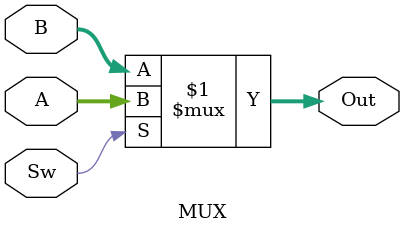
<source format=v>
module MUX(A, B, Sw, Out);
   parameter n = 0;
   
   input [n-1:0] A;
   input [n-1:0] B;
   
   input         Sw;
   
   output [n-1:0] Out;
   
   assign Out = Sw ? A : B;
   
endmodule // MUX

</source>
